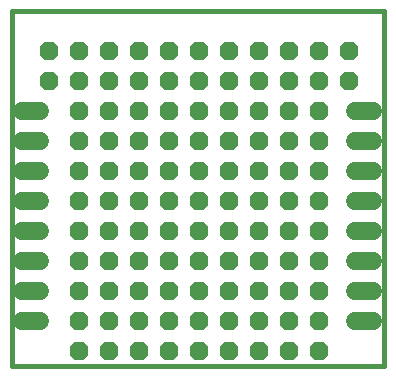
<source format=gbl>
G75*
%MOIN*%
%OFA0B0*%
%FSLAX25Y25*%
%IPPOS*%
%LPD*%
%AMOC8*
5,1,8,0,0,1.08239X$1,22.5*
%
%ADD10C,0.01600*%
%ADD11C,0.06000*%
%ADD12OC8,0.06300*%
D10*
X0008250Y0001800D02*
X0008250Y0119910D01*
X0132266Y0119910D01*
X0132266Y0001800D01*
X0008250Y0001800D01*
D11*
X0011500Y0016800D02*
X0017500Y0016800D01*
X0017500Y0026800D02*
X0011500Y0026800D01*
X0011500Y0036800D02*
X0017500Y0036800D01*
X0017500Y0046800D02*
X0011500Y0046800D01*
X0011500Y0056800D02*
X0017500Y0056800D01*
X0017500Y0066800D02*
X0011500Y0066800D01*
X0011500Y0076800D02*
X0017500Y0076800D01*
X0017500Y0086800D02*
X0011500Y0086800D01*
X0122750Y0086800D02*
X0128750Y0086800D01*
X0128750Y0076800D02*
X0122750Y0076800D01*
X0122750Y0066800D02*
X0128750Y0066800D01*
X0128750Y0056800D02*
X0122750Y0056800D01*
X0122750Y0046800D02*
X0128750Y0046800D01*
X0128750Y0036800D02*
X0122750Y0036800D01*
X0122750Y0026800D02*
X0128750Y0026800D01*
X0128750Y0016800D02*
X0122750Y0016800D01*
D12*
X0110750Y0016800D03*
X0100750Y0016800D03*
X0100750Y0006800D03*
X0110750Y0006800D03*
X0090750Y0006800D03*
X0080750Y0006800D03*
X0070750Y0006800D03*
X0060750Y0006800D03*
X0050750Y0006800D03*
X0040750Y0006800D03*
X0040750Y0016800D03*
X0050750Y0016800D03*
X0060750Y0016800D03*
X0070750Y0016800D03*
X0080750Y0016800D03*
X0090750Y0016800D03*
X0090750Y0026800D03*
X0080750Y0026800D03*
X0070750Y0026800D03*
X0060750Y0026800D03*
X0050750Y0026800D03*
X0040750Y0026800D03*
X0040750Y0036800D03*
X0050750Y0036800D03*
X0060750Y0036800D03*
X0070750Y0036800D03*
X0080750Y0036800D03*
X0090750Y0036800D03*
X0090750Y0046800D03*
X0080750Y0046800D03*
X0070750Y0046800D03*
X0060750Y0046800D03*
X0050750Y0046800D03*
X0040750Y0046800D03*
X0040750Y0056800D03*
X0050750Y0056800D03*
X0060750Y0056800D03*
X0070750Y0056800D03*
X0080750Y0056800D03*
X0090750Y0056800D03*
X0090750Y0066800D03*
X0080750Y0066800D03*
X0070750Y0066800D03*
X0060750Y0066800D03*
X0050750Y0066800D03*
X0040750Y0066800D03*
X0030750Y0066800D03*
X0030750Y0056800D03*
X0030750Y0046800D03*
X0030750Y0036800D03*
X0030750Y0026800D03*
X0030750Y0016800D03*
X0030750Y0006800D03*
X0100750Y0026800D03*
X0110750Y0026800D03*
X0110750Y0036800D03*
X0100750Y0036800D03*
X0100750Y0046800D03*
X0110750Y0046800D03*
X0110750Y0056800D03*
X0100750Y0056800D03*
X0100750Y0066800D03*
X0110750Y0066800D03*
X0110750Y0076800D03*
X0100750Y0076800D03*
X0100750Y0086800D03*
X0110750Y0086800D03*
X0110750Y0096800D03*
X0100750Y0096800D03*
X0100750Y0106800D03*
X0110750Y0106800D03*
X0120750Y0106800D03*
X0120750Y0096800D03*
X0090750Y0096800D03*
X0080750Y0096800D03*
X0070750Y0096800D03*
X0060750Y0096800D03*
X0050750Y0096800D03*
X0040750Y0096800D03*
X0040750Y0086800D03*
X0050750Y0086800D03*
X0060750Y0086800D03*
X0070750Y0086800D03*
X0080750Y0086800D03*
X0090750Y0086800D03*
X0090750Y0076800D03*
X0080750Y0076800D03*
X0070750Y0076800D03*
X0060750Y0076800D03*
X0050750Y0076800D03*
X0040750Y0076800D03*
X0030750Y0076800D03*
X0030750Y0086800D03*
X0030750Y0096800D03*
X0020750Y0096800D03*
X0020750Y0106800D03*
X0030750Y0106800D03*
X0040750Y0106800D03*
X0050750Y0106800D03*
X0060750Y0106800D03*
X0070750Y0106800D03*
X0080750Y0106800D03*
X0090750Y0106800D03*
M02*

</source>
